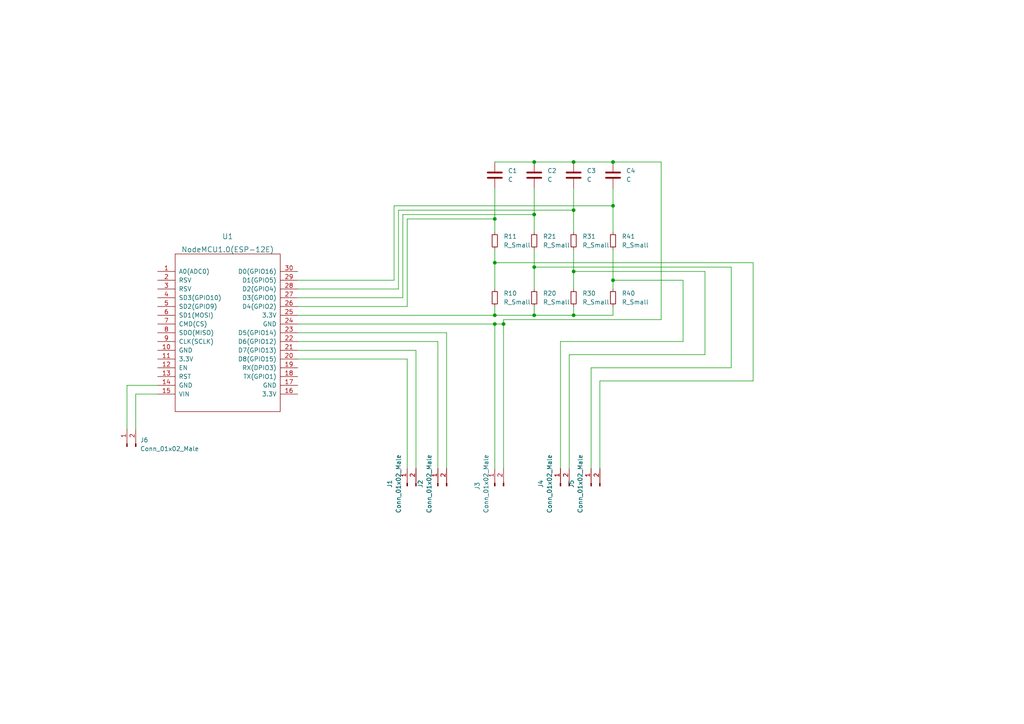
<source format=kicad_sch>
(kicad_sch (version 20211123) (generator eeschema)
  (paper "A4")
  (lib_symbols
    (symbol "Connector:Conn_01x02_Male" (pin_names (offset 1.016) hide)
      (property "Reference" "J" (at 0 2.54 0))
      (property "Value" "Conn_01x02_Male" (at 0 -5.08 0))
      (symbol "Conn_01x02_Male_1_1"
        (polyline (pts (xy 1.27 -2.54) (xy 0.8636 -2.54)) (stroke (width 0.1524)))
        (polyline (pts (xy 1.27 0) (xy 0.8636 0)) (stroke (width 0.1524)))
        (rectangle (start 0.8636 -2.413) (end 0 -2.667) (stroke (width 0.1524)) (fill (type outline)))
        (rectangle (start 0.8636 0.127) (end 0 -0.127) (stroke (width 0.1524)) (fill (type outline)))
        (pin passive line (at 5.08 0 180) (length 3.81) (name "Pin_1") (number "1"))
        (pin passive line (at 5.08 -2.54 180) (length 3.81) (name "Pin_2") (number "2"))
      )
    )
    (symbol "Device:C" (pin_numbers hide) (pin_names (offset 0.254))
      (property "Reference" "C" (at 0.635 2.54 0))
      (property "Value" "C" (at 0.635 -2.54 0))
      (symbol "C_0_1"
        (polyline (pts (xy -2.032 -0.762) (xy 2.032 -0.762)) (stroke (width 0.508)))
        (polyline (pts (xy -2.032 0.762) (xy 2.032 0.762)) (stroke (width 0.508)))
      )
      (symbol "C_1_1"
        (pin passive line (at 0 3.81 270) (length 2.794) (name "~") (number "1"))
        (pin passive line (at 0 -3.81 90) (length 2.794) (name "~") (number "2"))
      )
    )
    (symbol "Device:R_Small" (pin_numbers hide) (pin_names (offset 0.254) hide)
      (property "Reference" "R" (at 0.762 0.508 0))
      (property "Value" "R_Small" (at 0.762 -1.016 0))
      (symbol "R_Small_0_1"
        (rectangle (start -0.762 1.778) (end 0.762 -1.778) (stroke (width 0.2032)))
      )
      (symbol "R_Small_1_1"
        (pin passive line (at 0 2.54 270) (length 0.762) (name "~") (number "1"))
        (pin passive line (at 0 -2.54 90) (length 0.762) (name "~") (number "2"))
      )
    )
    (symbol "ESP8266:NodeMCU1.0(ESP-12E)" (pin_names (offset 1.016))
      (property "Reference" "U" (at 0 21.59 0))
      (property "Value" "NodeMCU1.0(ESP-12E)" (at 0 -21.59 0))
      (symbol "NodeMCU1.0(ESP-12E)_0_1"
        (rectangle (start -15.24 -22.86) (end 15.24 22.86))
      )
      (symbol "NodeMCU1.0(ESP-12E)_1_1"
        (pin input line (at -20.32 17.78 0) (length 5.08) (name "A0(ADC0)") (number "1"))
        (pin input line (at -20.32 -5.08 0) (length 5.08) (name "GND") (number "10"))
        (pin input line (at -20.32 -7.62 0) (length 5.08) (name "3.3V") (number "11"))
        (pin input line (at -20.32 -10.16 0) (length 5.08) (name "EN") (number "12"))
        (pin input line (at -20.32 -12.7 0) (length 5.08) (name "RST") (number "13"))
        (pin input line (at -20.32 -15.24 0) (length 5.08) (name "GND") (number "14"))
        (pin input line (at -20.32 -17.78 0) (length 5.08) (name "VIN") (number "15"))
        (pin input line (at 20.32 -17.78 180) (length 5.08) (name "3.3V") (number "16"))
        (pin input line (at 20.32 -15.24 180) (length 5.08) (name "GND") (number "17"))
        (pin input line (at 20.32 -12.7 180) (length 5.08) (name "TX(GPIO1)") (number "18"))
        (pin input line (at 20.32 -10.16 180) (length 5.08) (name "RX(DPIO3)") (number "19"))
        (pin input line (at -20.32 15.24 0) (length 5.08) (name "RSV") (number "2"))
        (pin input line (at 20.32 -7.62 180) (length 5.08) (name "D8(GPIO15)") (number "20"))
        (pin input line (at 20.32 -5.08 180) (length 5.08) (name "D7(GPIO13)") (number "21"))
        (pin input line (at 20.32 -2.54 180) (length 5.08) (name "D6(GPIO12)") (number "22"))
        (pin input line (at 20.32 0 180) (length 5.08) (name "D5(GPIO14)") (number "23"))
        (pin input line (at 20.32 2.54 180) (length 5.08) (name "GND") (number "24"))
        (pin input line (at 20.32 5.08 180) (length 5.08) (name "3.3V") (number "25"))
        (pin input line (at 20.32 7.62 180) (length 5.08) (name "D4(GPIO2)") (number "26"))
        (pin input line (at 20.32 10.16 180) (length 5.08) (name "D3(GPIO0)") (number "27"))
        (pin input line (at 20.32 12.7 180) (length 5.08) (name "D2(GPIO4)") (number "28"))
        (pin input line (at 20.32 15.24 180) (length 5.08) (name "D1(GPIO5)") (number "29"))
        (pin input line (at -20.32 12.7 0) (length 5.08) (name "RSV") (number "3"))
        (pin input line (at 20.32 17.78 180) (length 5.08) (name "D0(GPIO16)") (number "30"))
        (pin input line (at -20.32 10.16 0) (length 5.08) (name "SD3(GPIO10)") (number "4"))
        (pin input line (at -20.32 7.62 0) (length 5.08) (name "SD2(GPIO9)") (number "5"))
        (pin input line (at -20.32 5.08 0) (length 5.08) (name "SD1(MOSI)") (number "6"))
        (pin input line (at -20.32 2.54 0) (length 5.08) (name "CMD(CS)") (number "7"))
        (pin input line (at -20.32 0 0) (length 5.08) (name "SDO(MISO)") (number "8"))
        (pin input line (at -20.32 -2.54 0) (length 5.08) (name "CLK(SCLK)") (number "9"))
      )
    )
  )
  (junction (at 177.8 46.99))
  (junction (at 143.51 76.2))
  (junction (at 143.51 63.5))
  (junction (at 166.37 91.44))
  (junction (at 146.05 93.98))
  (junction (at 154.94 91.44))
  (junction (at 166.37 60.96))
  (junction (at 154.94 62.23))
  (junction (at 154.94 46.99))
  (junction (at 166.37 46.99))
  (junction (at 143.51 91.44))
  (junction (at 154.94 77.47))
  (junction (at 177.8 59.69))
  (junction (at 143.51 93.98))
  (junction (at 166.37 78.74))
  (junction (at 177.8 81.28))
  (wire (pts (xy 143.51 91.44) (xy 86.36 91.44)))
  (wire (pts (xy 86.36 81.28) (xy 114.3 81.28)))
  (wire (pts (xy 127 99.06) (xy 127 135.89)))
  (wire (pts (xy 116.84 62.23) (xy 116.84 86.36)))
  (wire (pts (xy 166.37 72.39) (xy 166.37 78.74)))
  (wire (pts (xy 154.94 91.44) (xy 143.51 91.44)))
  (wire (pts (xy 166.37 91.44) (xy 154.94 91.44)))
  (wire (pts (xy 39.37 114.3) (xy 39.37 124.46)))
  (wire (pts (xy 118.11 104.14) (xy 118.11 135.89)))
  (wire (pts (xy 165.1 102.87) (xy 165.1 135.89)))
  (wire (pts (xy 115.57 60.96) (xy 115.57 83.82)))
  (wire (pts (xy 166.37 88.9) (xy 166.37 91.44)))
  (wire (pts (xy 143.51 63.5) (xy 143.51 67.31)))
  (wire (pts (xy 86.36 88.9) (xy 118.11 88.9)))
  (wire (pts (xy 218.44 110.49) (xy 218.44 76.2)))
  (wire (pts (xy 177.8 91.44) (xy 166.37 91.44)))
  (wire (pts (xy 45.72 114.3) (xy 39.37 114.3)))
  (wire (pts (xy 120.65 101.6) (xy 120.65 135.89)))
  (wire (pts (xy 191.77 46.99) (xy 191.77 92.71)))
  (wire (pts (xy 166.37 54.61) (xy 166.37 60.96)))
  (wire (pts (xy 154.94 77.47) (xy 154.94 83.82)))
  (wire (pts (xy 204.47 102.87) (xy 165.1 102.87)))
  (wire (pts (xy 177.8 59.69) (xy 177.8 67.31)))
  (wire (pts (xy 143.51 54.61) (xy 143.51 63.5)))
  (wire (pts (xy 204.47 78.74) (xy 166.37 78.74)))
  (wire (pts (xy 118.11 63.5) (xy 143.51 63.5)))
  (wire (pts (xy 162.56 99.06) (xy 162.56 135.89)))
  (wire (pts (xy 116.84 62.23) (xy 154.94 62.23)))
  (wire (pts (xy 114.3 59.69) (xy 177.8 59.69)))
  (wire (pts (xy 146.05 92.71) (xy 146.05 93.98)))
  (wire (pts (xy 86.36 96.52) (xy 129.54 96.52)))
  (wire (pts (xy 143.51 76.2) (xy 218.44 76.2)))
  (wire (pts (xy 154.94 88.9) (xy 154.94 91.44)))
  (wire (pts (xy 166.37 78.74) (xy 166.37 83.82)))
  (wire (pts (xy 146.05 135.89) (xy 146.05 93.98)))
  (wire (pts (xy 173.99 110.49) (xy 173.99 135.89)))
  (wire (pts (xy 86.36 104.14) (xy 118.11 104.14)))
  (wire (pts (xy 154.94 46.99) (xy 166.37 46.99)))
  (wire (pts (xy 143.51 72.39) (xy 143.51 76.2)))
  (wire (pts (xy 177.8 72.39) (xy 177.8 81.28)))
  (wire (pts (xy 198.12 99.06) (xy 162.56 99.06)))
  (wire (pts (xy 166.37 60.96) (xy 166.37 67.31)))
  (wire (pts (xy 86.36 83.82) (xy 115.57 83.82)))
  (wire (pts (xy 115.57 60.96) (xy 166.37 60.96)))
  (wire (pts (xy 154.94 62.23) (xy 154.94 67.31)))
  (wire (pts (xy 143.51 93.98) (xy 146.05 93.98)))
  (wire (pts (xy 86.36 99.06) (xy 127 99.06)))
  (wire (pts (xy 212.09 77.47) (xy 154.94 77.47)))
  (wire (pts (xy 212.09 106.68) (xy 212.09 77.47)))
  (wire (pts (xy 204.47 102.87) (xy 204.47 78.74)))
  (wire (pts (xy 154.94 54.61) (xy 154.94 62.23)))
  (wire (pts (xy 177.8 88.9) (xy 177.8 91.44)))
  (wire (pts (xy 118.11 63.5) (xy 118.11 88.9)))
  (wire (pts (xy 36.83 111.76) (xy 45.72 111.76)))
  (wire (pts (xy 177.8 81.28) (xy 177.8 83.82)))
  (wire (pts (xy 177.8 54.61) (xy 177.8 59.69)))
  (wire (pts (xy 198.12 81.28) (xy 177.8 81.28)))
  (wire (pts (xy 86.36 93.98) (xy 143.51 93.98)))
  (wire (pts (xy 143.51 135.89) (xy 143.51 93.98)))
  (wire (pts (xy 166.37 46.99) (xy 177.8 46.99)))
  (wire (pts (xy 143.51 88.9) (xy 143.51 91.44)))
  (wire (pts (xy 171.45 106.68) (xy 171.45 135.89)))
  (wire (pts (xy 212.09 106.68) (xy 171.45 106.68)))
  (wire (pts (xy 154.94 72.39) (xy 154.94 77.47)))
  (wire (pts (xy 143.51 76.2) (xy 143.51 83.82)))
  (wire (pts (xy 218.44 110.49) (xy 173.99 110.49)))
  (wire (pts (xy 114.3 59.69) (xy 114.3 81.28)))
  (wire (pts (xy 143.51 46.99) (xy 154.94 46.99)))
  (wire (pts (xy 86.36 86.36) (xy 116.84 86.36)))
  (wire (pts (xy 177.8 46.99) (xy 191.77 46.99)))
  (wire (pts (xy 129.54 96.52) (xy 129.54 135.89)))
  (wire (pts (xy 36.83 124.46) (xy 36.83 111.76)))
  (wire (pts (xy 86.36 101.6) (xy 120.65 101.6)))
  (wire (pts (xy 198.12 99.06) (xy 198.12 81.28)))
  (wire (pts (xy 191.77 92.71) (xy 146.05 92.71)))
  (symbol (lib_id "Device:R_Small") (at 166.37 69.85 0) (unit 1)
    (property "Reference" "R31" (at 168.91 68.5799 0) (effects (justify left)))
    (property "Value" "R_Small" (at 168.91 71.1199 0) (effects (justify left)))
    (property "Footprint" "Resistor_THT:R_Axial_DIN0204_L3.6mm_D1.6mm_P5.08mm_Horizontal" (effects hide))
  )
  (symbol (lib_id "Device:R_Small") (at 177.8 86.36 0) (unit 1)
    (property "Reference" "R40" (at 180.34 85.0899 0) (effects (justify left)))
    (property "Value" "R_Small" (at 180.34 87.6299 0) (effects (justify left)))
    (property "Footprint" "Resistor_THT:R_Axial_DIN0204_L3.6mm_D1.6mm_P5.08mm_Horizontal" (effects hide))
  )
  (symbol (lib_id "Device:R_Small") (at 154.94 86.36 0) (unit 1)
    (property "Reference" "R20" (at 157.48 85.0899 0) (effects (justify left)))
    (property "Value" "R_Small" (at 157.48 87.6299 0) (effects (justify left)))
    (property "Footprint" "Resistor_THT:R_Axial_DIN0204_L3.6mm_D1.6mm_P5.08mm_Horizontal" (effects hide))
  )
  (symbol (lib_id "Device:R_Small") (at 154.94 69.85 0) (unit 1)
    (property "Reference" "R21" (at 157.48 68.5799 0) (effects (justify left)))
    (property "Value" "R_Small" (at 157.48 71.1199 0) (effects (justify left)))
    (property "Footprint" "Resistor_THT:R_Axial_DIN0204_L3.6mm_D1.6mm_P5.08mm_Horizontal" (effects hide))
  )
  (symbol (lib_id "ESP8266:NodeMCU1.0(ESP-12E)") (at 66.04 96.52 0) (unit 1)
    (property "Reference" "U1" (at 66.04 68.58 0) (effects (font (size 1.524 1.524))))
    (property "Value" "NodeMCU1.0(ESP-12E)" (at 66.04 72.39 0) (effects (font (size 1.524 1.524))))
    (property "Footprint" "kicad-ESP8266:NodeMCU1.0(12-E)" (effects hide))
  )
  (symbol (lib_id "Device:C") (at 177.8 50.8 0) (unit 1)
    (property "Reference" "C4" (at 181.61 49.5299 0) (effects (justify left)))
    (property "Value" "C" (at 181.61 52.0699 0) (effects (justify left)))
    (property "Footprint" "Capacitor_THT:C_Disc_D5.0mm_W2.5mm_P2.50mm" (effects hide))
  )
  (symbol (lib_id "Device:C") (at 143.51 50.8 0) (unit 1)
    (property "Reference" "C1" (at 147.32 49.5299 0) (effects (justify left)))
    (property "Value" "C" (at 147.32 52.0699 0) (effects (justify left)))
    (property "Footprint" "Capacitor_THT:C_Disc_D5.0mm_W2.5mm_P2.50mm" (effects hide))
  )
  (symbol (lib_id "Connector:Conn_01x02_Male") (at 162.56 140.97 90) (unit 1)
    (property "Reference" "J4" (at 156.845 140.335 0))
    (property "Value" "Conn_01x02_Male" (at 159.385 140.335 0))
    (property "Footprint" "Connector_PinSocket_2.00mm:PinSocket_2x01_P2.00mm_Vertical" (effects hide))
  )
  (symbol (lib_id "Connector:Conn_01x02_Male") (at 171.45 140.97 90) (unit 1)
    (property "Reference" "J5" (at 165.735 140.335 0))
    (property "Value" "Conn_01x02_Male" (at 168.275 140.335 0))
    (property "Footprint" "Connector_PinSocket_2.00mm:PinSocket_2x01_P2.00mm_Vertical" (effects hide))
  )
  (symbol (lib_id "Device:C") (at 166.37 50.8 0) (unit 1)
    (property "Reference" "C3" (at 170.18 49.5299 0) (effects (justify left)))
    (property "Value" "C" (at 170.18 52.0699 0) (effects (justify left)))
    (property "Footprint" "Capacitor_THT:C_Disc_D5.0mm_W2.5mm_P2.50mm" (effects hide))
  )
  (symbol (lib_id "Device:R_Small") (at 143.51 69.85 0) (unit 1)
    (property "Reference" "R11" (at 146.05 68.5799 0) (effects (justify left)))
    (property "Value" "R_Small" (at 146.05 71.1199 0) (effects (justify left)))
    (property "Footprint" "Resistor_THT:R_Axial_DIN0204_L3.6mm_D1.6mm_P5.08mm_Horizontal" (effects hide))
  )
  (symbol (lib_id "Connector:Conn_01x02_Male") (at 118.11 140.97 90) (unit 1)
    (property "Reference" "J1" (at 113.03 140.335 0))
    (property "Value" "Conn_01x02_Male" (at 115.57 140.335 0))
    (property "Footprint" "Connector_PinSocket_2.00mm:PinSocket_2x01_P2.00mm_Vertical" (effects hide))
  )
  (symbol (lib_id "Connector:Conn_01x02_Male") (at 127 140.97 90) (unit 1)
    (property "Reference" "J2" (at 121.92 140.335 0))
    (property "Value" "Conn_01x02_Male" (at 124.46 140.335 0))
    (property "Footprint" "Connector_PinSocket_2.00mm:PinSocket_2x01_P2.00mm_Vertical" (effects hide))
  )
  (symbol (lib_id "Device:R_Small") (at 177.8 69.85 0) (unit 1)
    (property "Reference" "R41" (at 180.34 68.5799 0) (effects (justify left)))
    (property "Value" "R_Small" (at 180.34 71.1199 0) (effects (justify left)))
    (property "Footprint" "Resistor_THT:R_Axial_DIN0204_L3.6mm_D1.6mm_P5.08mm_Horizontal" (effects hide))
  )
  (symbol (lib_id "Device:C") (at 154.94 50.8 0) (unit 1)
    (property "Reference" "C2" (at 158.75 49.5299 0) (effects (justify left)))
    (property "Value" "C" (at 158.75 52.0699 0) (effects (justify left)))
    (property "Footprint" "Capacitor_THT:C_Disc_D5.0mm_W2.5mm_P2.50mm" (effects hide))
  )
  (symbol (lib_id "Device:R_Small") (at 166.37 86.36 0) (unit 1)
    (property "Reference" "R30" (at 168.91 85.0899 0) (effects (justify left)))
    (property "Value" "R_Small" (at 168.91 87.6299 0) (effects (justify left)))
    (property "Footprint" "Resistor_THT:R_Axial_DIN0204_L3.6mm_D1.6mm_P5.08mm_Horizontal" (effects hide))
  )
  (symbol (lib_id "Device:R_Small") (at 143.51 86.36 0) (unit 1)
    (property "Reference" "R10" (at 146.05 85.0899 0) (effects (justify left)))
    (property "Value" "R_Small" (at 146.05 87.6299 0) (effects (justify left)))
    (property "Footprint" "Resistor_THT:R_Axial_DIN0204_L3.6mm_D1.6mm_P5.08mm_Horizontal" (effects hide))
  )
  (symbol (lib_id "Connector:Conn_01x02_Male") (at 143.51 140.97 90) (unit 1)
    (property "Reference" "J3" (at 138.43 140.97 0))
    (property "Value" "Conn_01x02_Male" (at 140.97 140.335 0))
    (property "Footprint" "Connector_PinSocket_2.00mm:PinSocket_2x01_P2.00mm_Vertical" (effects hide))
  )
  (symbol (lib_id "Connector:Conn_01x02_Male") (at 36.83 129.54 90) (unit 1)
    (property "Reference" "J6" (at 40.64 127.6349 90) (effects (justify right)))
    (property "Value" "Conn_01x02_Male" (at 40.64 130.1749 90) (effects (justify right)))
    (property "Footprint" "Connector_PinSocket_2.00mm:PinSocket_2x01_P2.00mm_Vertical" (effects hide))
  )
)
</source>
